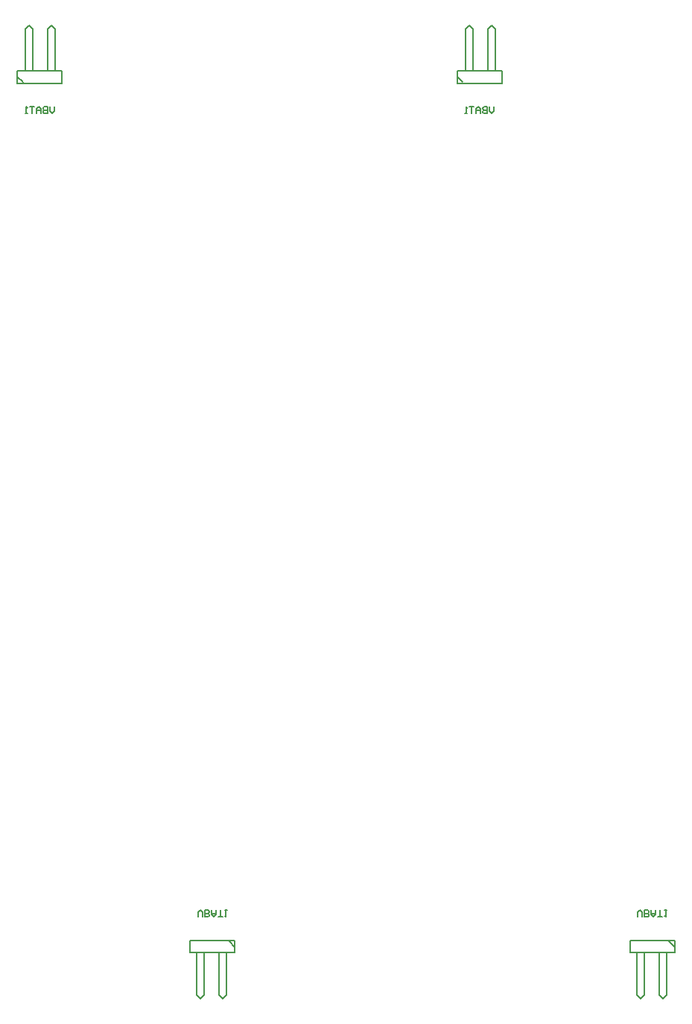
<source format=gbo>
G04*
G04 #@! TF.GenerationSoftware,Altium Limited,Altium Designer,21.2.2 (38)*
G04*
G04 Layer_Color=32896*
%FSLAX24Y24*%
%MOIN*%
G70*
G04*
G04 #@! TF.SameCoordinates,7BEC17FB-94DA-460C-997F-5D10B4D38A6F*
G04*
G04*
G04 #@! TF.FilePolarity,Positive*
G04*
G01*
G75*
%ADD11C,0.0050*%
%ADD62C,0.0079*%
D11*
X6630Y18120D02*
Y17920D01*
X6530Y17820D01*
X6430Y17920D01*
Y18120D01*
X6330D02*
Y17820D01*
X6180D01*
X6130Y17870D01*
Y17920D01*
X6180Y17970D01*
X6330D01*
X6180D01*
X6130Y18020D01*
Y18070D01*
X6180Y18120D01*
X6330D01*
X6030Y17820D02*
Y18020D01*
X5930Y18120D01*
X5830Y18020D01*
Y17820D01*
Y17970D01*
X6030D01*
X5730Y18120D02*
X5530D01*
X5630D01*
Y17820D01*
X5430D02*
X5330D01*
X5380D01*
Y18120D01*
X5430Y18070D01*
X26315Y18120D02*
Y17920D01*
X26215Y17820D01*
X26115Y17920D01*
Y18120D01*
X26015D02*
Y17820D01*
X25865D01*
X25815Y17870D01*
Y17920D01*
X25865Y17970D01*
X26015D01*
X25865D01*
X25815Y18020D01*
Y18070D01*
X25865Y18120D01*
X26015D01*
X25715Y17820D02*
Y18020D01*
X25615Y18120D01*
X25515Y18020D01*
Y17820D01*
Y17970D01*
X25715D01*
X25415Y18120D02*
X25215D01*
X25315D01*
Y17820D01*
X25115D02*
X25015D01*
X25065D01*
Y18120D01*
X25115Y18070D01*
X32740Y-18120D02*
Y-17920D01*
X32840Y-17820D01*
X32940Y-17920D01*
Y-18120D01*
X33040D02*
Y-17820D01*
X33190D01*
X33240Y-17870D01*
Y-17920D01*
X33190Y-17970D01*
X33040D01*
X33190D01*
X33240Y-18020D01*
Y-18070D01*
X33190Y-18120D01*
X33040D01*
X33340Y-17820D02*
Y-18020D01*
X33440Y-18120D01*
X33540Y-18020D01*
Y-17820D01*
Y-17970D01*
X33340D01*
X33640Y-18120D02*
X33840D01*
X33740D01*
Y-17820D01*
X33940D02*
X34040D01*
X33990D01*
Y-18120D01*
X33940Y-18070D01*
X13055Y-18120D02*
Y-17920D01*
X13155Y-17820D01*
X13255Y-17920D01*
Y-18120D01*
X13355D02*
Y-17820D01*
X13505D01*
X13555Y-17870D01*
Y-17920D01*
X13505Y-17970D01*
X13355D01*
X13505D01*
X13555Y-18020D01*
Y-18070D01*
X13505Y-18120D01*
X13355D01*
X13655Y-17820D02*
Y-18020D01*
X13755Y-18120D01*
X13855Y-18020D01*
Y-17820D01*
Y-17970D01*
X13655D01*
X13955Y-18120D02*
X14155D01*
X14055D01*
Y-17820D01*
X14255D02*
X14355D01*
X14305D01*
Y-18120D01*
X14255Y-18070D01*
D62*
X5680Y19170D02*
X6980D01*
X4980D02*
X5680D01*
X4980Y19470D02*
X5230Y19220D01*
X4980Y19170D02*
Y19720D01*
X6980D01*
Y19170D02*
Y19720D01*
X6343Y21607D02*
X6510Y21773D01*
X6343Y19720D02*
Y21607D01*
X6676Y19720D02*
Y21603D01*
X6510Y21773D02*
X6676Y21607D01*
X5510Y21773D02*
X5676Y21607D01*
X5680Y21603D01*
X5676Y19720D02*
Y21603D01*
X5343Y19720D02*
Y21607D01*
X5510Y21773D01*
X25365Y19170D02*
X26665D01*
X24665D02*
X25365D01*
X24665Y19470D02*
X24915Y19220D01*
X24665Y19170D02*
Y19720D01*
X26665D01*
Y19170D02*
Y19720D01*
X26028Y21607D02*
X26195Y21773D01*
X26028Y19720D02*
Y21607D01*
X26361Y19720D02*
Y21603D01*
X26195Y21773D02*
X26361Y21607D01*
X25195Y21773D02*
X25361Y21607D01*
X25365Y21603D01*
X25361Y19720D02*
Y21603D01*
X25028Y19720D02*
Y21607D01*
X25195Y21773D01*
X33690Y-19170D02*
X32390D01*
X34390D02*
X33690D01*
X34390Y-19470D02*
X34140Y-19220D01*
X34390Y-19170D02*
Y-19720D01*
X32390D01*
Y-19170D02*
Y-19720D01*
X33027Y-21607D02*
X32860Y-21773D01*
X33027Y-19720D02*
Y-21607D01*
X32694Y-19720D02*
Y-21603D01*
X32860Y-21773D02*
X32694Y-21607D01*
X33860Y-21773D02*
X33694Y-21607D01*
X33690Y-21603D01*
X33694Y-19720D02*
Y-21603D01*
X34027Y-19720D02*
Y-21607D01*
X33860Y-21773D01*
X14005Y-19170D02*
X12705D01*
X14705D02*
X14005D01*
X14705Y-19470D02*
X14455Y-19220D01*
X14705Y-19170D02*
Y-19720D01*
X12705D01*
Y-19170D02*
Y-19720D01*
X13342Y-21607D02*
X13175Y-21773D01*
X13342Y-19720D02*
Y-21607D01*
X13009Y-19720D02*
Y-21603D01*
X13175Y-21773D02*
X13009Y-21607D01*
X14175Y-21773D02*
X14009Y-21607D01*
X14005Y-21603D01*
X14009Y-19720D02*
Y-21603D01*
X14342Y-19720D02*
Y-21607D01*
X14175Y-21773D01*
M02*

</source>
